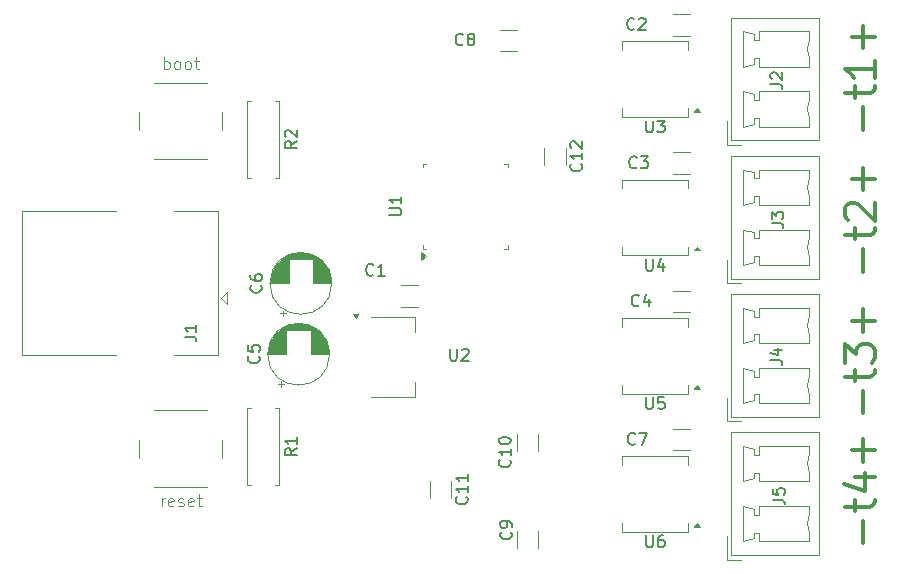
<source format=gbr>
%TF.GenerationSoftware,KiCad,Pcbnew,7.0.11+1*%
%TF.CreationDate,2024-03-31T13:18:05+02:00*%
%TF.ProjectId,ch32v203_thermokoppel,63683332-7632-4303-935f-746865726d6f,rev?*%
%TF.SameCoordinates,Original*%
%TF.FileFunction,Legend,Top*%
%TF.FilePolarity,Positive*%
%FSLAX46Y46*%
G04 Gerber Fmt 4.6, Leading zero omitted, Abs format (unit mm)*
G04 Created by KiCad (PCBNEW 7.0.11+1) date 2024-03-31 13:18:05*
%MOMM*%
%LPD*%
G01*
G04 APERTURE LIST*
%ADD10C,0.100000*%
%ADD11C,0.300000*%
%ADD12C,0.150000*%
%ADD13C,0.120000*%
G04 APERTURE END LIST*
D10*
X101603884Y-51872419D02*
X101603884Y-50872419D01*
X101603884Y-51253371D02*
X101699122Y-51205752D01*
X101699122Y-51205752D02*
X101889598Y-51205752D01*
X101889598Y-51205752D02*
X101984836Y-51253371D01*
X101984836Y-51253371D02*
X102032455Y-51300990D01*
X102032455Y-51300990D02*
X102080074Y-51396228D01*
X102080074Y-51396228D02*
X102080074Y-51681942D01*
X102080074Y-51681942D02*
X102032455Y-51777180D01*
X102032455Y-51777180D02*
X101984836Y-51824800D01*
X101984836Y-51824800D02*
X101889598Y-51872419D01*
X101889598Y-51872419D02*
X101699122Y-51872419D01*
X101699122Y-51872419D02*
X101603884Y-51824800D01*
X102651503Y-51872419D02*
X102556265Y-51824800D01*
X102556265Y-51824800D02*
X102508646Y-51777180D01*
X102508646Y-51777180D02*
X102461027Y-51681942D01*
X102461027Y-51681942D02*
X102461027Y-51396228D01*
X102461027Y-51396228D02*
X102508646Y-51300990D01*
X102508646Y-51300990D02*
X102556265Y-51253371D01*
X102556265Y-51253371D02*
X102651503Y-51205752D01*
X102651503Y-51205752D02*
X102794360Y-51205752D01*
X102794360Y-51205752D02*
X102889598Y-51253371D01*
X102889598Y-51253371D02*
X102937217Y-51300990D01*
X102937217Y-51300990D02*
X102984836Y-51396228D01*
X102984836Y-51396228D02*
X102984836Y-51681942D01*
X102984836Y-51681942D02*
X102937217Y-51777180D01*
X102937217Y-51777180D02*
X102889598Y-51824800D01*
X102889598Y-51824800D02*
X102794360Y-51872419D01*
X102794360Y-51872419D02*
X102651503Y-51872419D01*
X103556265Y-51872419D02*
X103461027Y-51824800D01*
X103461027Y-51824800D02*
X103413408Y-51777180D01*
X103413408Y-51777180D02*
X103365789Y-51681942D01*
X103365789Y-51681942D02*
X103365789Y-51396228D01*
X103365789Y-51396228D02*
X103413408Y-51300990D01*
X103413408Y-51300990D02*
X103461027Y-51253371D01*
X103461027Y-51253371D02*
X103556265Y-51205752D01*
X103556265Y-51205752D02*
X103699122Y-51205752D01*
X103699122Y-51205752D02*
X103794360Y-51253371D01*
X103794360Y-51253371D02*
X103841979Y-51300990D01*
X103841979Y-51300990D02*
X103889598Y-51396228D01*
X103889598Y-51396228D02*
X103889598Y-51681942D01*
X103889598Y-51681942D02*
X103841979Y-51777180D01*
X103841979Y-51777180D02*
X103794360Y-51824800D01*
X103794360Y-51824800D02*
X103699122Y-51872419D01*
X103699122Y-51872419D02*
X103556265Y-51872419D01*
X104175313Y-51205752D02*
X104556265Y-51205752D01*
X104318170Y-50872419D02*
X104318170Y-51729561D01*
X104318170Y-51729561D02*
X104365789Y-51824800D01*
X104365789Y-51824800D02*
X104461027Y-51872419D01*
X104461027Y-51872419D02*
X104556265Y-51872419D01*
X101403884Y-88872419D02*
X101403884Y-88205752D01*
X101403884Y-88396228D02*
X101451503Y-88300990D01*
X101451503Y-88300990D02*
X101499122Y-88253371D01*
X101499122Y-88253371D02*
X101594360Y-88205752D01*
X101594360Y-88205752D02*
X101689598Y-88205752D01*
X102403884Y-88824800D02*
X102308646Y-88872419D01*
X102308646Y-88872419D02*
X102118170Y-88872419D01*
X102118170Y-88872419D02*
X102022932Y-88824800D01*
X102022932Y-88824800D02*
X101975313Y-88729561D01*
X101975313Y-88729561D02*
X101975313Y-88348609D01*
X101975313Y-88348609D02*
X102022932Y-88253371D01*
X102022932Y-88253371D02*
X102118170Y-88205752D01*
X102118170Y-88205752D02*
X102308646Y-88205752D01*
X102308646Y-88205752D02*
X102403884Y-88253371D01*
X102403884Y-88253371D02*
X102451503Y-88348609D01*
X102451503Y-88348609D02*
X102451503Y-88443847D01*
X102451503Y-88443847D02*
X101975313Y-88539085D01*
X102832456Y-88824800D02*
X102927694Y-88872419D01*
X102927694Y-88872419D02*
X103118170Y-88872419D01*
X103118170Y-88872419D02*
X103213408Y-88824800D01*
X103213408Y-88824800D02*
X103261027Y-88729561D01*
X103261027Y-88729561D02*
X103261027Y-88681942D01*
X103261027Y-88681942D02*
X103213408Y-88586704D01*
X103213408Y-88586704D02*
X103118170Y-88539085D01*
X103118170Y-88539085D02*
X102975313Y-88539085D01*
X102975313Y-88539085D02*
X102880075Y-88491466D01*
X102880075Y-88491466D02*
X102832456Y-88396228D01*
X102832456Y-88396228D02*
X102832456Y-88348609D01*
X102832456Y-88348609D02*
X102880075Y-88253371D01*
X102880075Y-88253371D02*
X102975313Y-88205752D01*
X102975313Y-88205752D02*
X103118170Y-88205752D01*
X103118170Y-88205752D02*
X103213408Y-88253371D01*
X104070551Y-88824800D02*
X103975313Y-88872419D01*
X103975313Y-88872419D02*
X103784837Y-88872419D01*
X103784837Y-88872419D02*
X103689599Y-88824800D01*
X103689599Y-88824800D02*
X103641980Y-88729561D01*
X103641980Y-88729561D02*
X103641980Y-88348609D01*
X103641980Y-88348609D02*
X103689599Y-88253371D01*
X103689599Y-88253371D02*
X103784837Y-88205752D01*
X103784837Y-88205752D02*
X103975313Y-88205752D01*
X103975313Y-88205752D02*
X104070551Y-88253371D01*
X104070551Y-88253371D02*
X104118170Y-88348609D01*
X104118170Y-88348609D02*
X104118170Y-88443847D01*
X104118170Y-88443847D02*
X103641980Y-88539085D01*
X104403885Y-88205752D02*
X104784837Y-88205752D01*
X104546742Y-87872419D02*
X104546742Y-88729561D01*
X104546742Y-88729561D02*
X104594361Y-88824800D01*
X104594361Y-88824800D02*
X104689599Y-88872419D01*
X104689599Y-88872419D02*
X104784837Y-88872419D01*
D11*
X160816066Y-92007393D02*
X160816066Y-90102632D01*
X160101780Y-89269298D02*
X160101780Y-88316917D01*
X159268447Y-88912155D02*
X161411304Y-88912155D01*
X161411304Y-88912155D02*
X161649400Y-88793108D01*
X161649400Y-88793108D02*
X161768447Y-88555013D01*
X161768447Y-88555013D02*
X161768447Y-88316917D01*
X160101780Y-86412156D02*
X161768447Y-86412156D01*
X159149400Y-87007394D02*
X160935114Y-87602632D01*
X160935114Y-87602632D02*
X160935114Y-86055013D01*
X160816066Y-85102632D02*
X160816066Y-83197871D01*
X161768447Y-84150251D02*
X159863685Y-84150251D01*
X160816066Y-81007393D02*
X160816066Y-79102632D01*
X160101780Y-78269298D02*
X160101780Y-77316917D01*
X159268447Y-77912155D02*
X161411304Y-77912155D01*
X161411304Y-77912155D02*
X161649400Y-77793108D01*
X161649400Y-77793108D02*
X161768447Y-77555013D01*
X161768447Y-77555013D02*
X161768447Y-77316917D01*
X159268447Y-76721680D02*
X159268447Y-75174061D01*
X159268447Y-75174061D02*
X160220828Y-76007394D01*
X160220828Y-76007394D02*
X160220828Y-75650251D01*
X160220828Y-75650251D02*
X160339876Y-75412156D01*
X160339876Y-75412156D02*
X160458923Y-75293108D01*
X160458923Y-75293108D02*
X160697019Y-75174061D01*
X160697019Y-75174061D02*
X161292257Y-75174061D01*
X161292257Y-75174061D02*
X161530352Y-75293108D01*
X161530352Y-75293108D02*
X161649400Y-75412156D01*
X161649400Y-75412156D02*
X161768447Y-75650251D01*
X161768447Y-75650251D02*
X161768447Y-76364537D01*
X161768447Y-76364537D02*
X161649400Y-76602632D01*
X161649400Y-76602632D02*
X161530352Y-76721680D01*
X160816066Y-74102632D02*
X160816066Y-72197871D01*
X161768447Y-73150251D02*
X159863685Y-73150251D01*
X160816066Y-69007393D02*
X160816066Y-67102632D01*
X160101780Y-66269298D02*
X160101780Y-65316917D01*
X159268447Y-65912155D02*
X161411304Y-65912155D01*
X161411304Y-65912155D02*
X161649400Y-65793108D01*
X161649400Y-65793108D02*
X161768447Y-65555013D01*
X161768447Y-65555013D02*
X161768447Y-65316917D01*
X159506542Y-64602632D02*
X159387495Y-64483584D01*
X159387495Y-64483584D02*
X159268447Y-64245489D01*
X159268447Y-64245489D02*
X159268447Y-63650251D01*
X159268447Y-63650251D02*
X159387495Y-63412156D01*
X159387495Y-63412156D02*
X159506542Y-63293108D01*
X159506542Y-63293108D02*
X159744638Y-63174061D01*
X159744638Y-63174061D02*
X159982733Y-63174061D01*
X159982733Y-63174061D02*
X160339876Y-63293108D01*
X160339876Y-63293108D02*
X161768447Y-64721680D01*
X161768447Y-64721680D02*
X161768447Y-63174061D01*
X160816066Y-62102632D02*
X160816066Y-60197871D01*
X161768447Y-61150251D02*
X159863685Y-61150251D01*
X160816066Y-57007393D02*
X160816066Y-55102632D01*
X160101780Y-54269298D02*
X160101780Y-53316917D01*
X159268447Y-53912155D02*
X161411304Y-53912155D01*
X161411304Y-53912155D02*
X161649400Y-53793108D01*
X161649400Y-53793108D02*
X161768447Y-53555013D01*
X161768447Y-53555013D02*
X161768447Y-53316917D01*
X161768447Y-51174061D02*
X161768447Y-52602632D01*
X161768447Y-51888346D02*
X159268447Y-51888346D01*
X159268447Y-51888346D02*
X159625590Y-52126442D01*
X159625590Y-52126442D02*
X159863685Y-52364537D01*
X159863685Y-52364537D02*
X159982733Y-52602632D01*
X160816066Y-50102632D02*
X160816066Y-48197871D01*
X161768447Y-49150251D02*
X159863685Y-49150251D01*
D12*
X136909580Y-59880357D02*
X136957200Y-59927976D01*
X136957200Y-59927976D02*
X137004819Y-60070833D01*
X137004819Y-60070833D02*
X137004819Y-60166071D01*
X137004819Y-60166071D02*
X136957200Y-60308928D01*
X136957200Y-60308928D02*
X136861961Y-60404166D01*
X136861961Y-60404166D02*
X136766723Y-60451785D01*
X136766723Y-60451785D02*
X136576247Y-60499404D01*
X136576247Y-60499404D02*
X136433390Y-60499404D01*
X136433390Y-60499404D02*
X136242914Y-60451785D01*
X136242914Y-60451785D02*
X136147676Y-60404166D01*
X136147676Y-60404166D02*
X136052438Y-60308928D01*
X136052438Y-60308928D02*
X136004819Y-60166071D01*
X136004819Y-60166071D02*
X136004819Y-60070833D01*
X136004819Y-60070833D02*
X136052438Y-59927976D01*
X136052438Y-59927976D02*
X136100057Y-59880357D01*
X137004819Y-58927976D02*
X137004819Y-59499404D01*
X137004819Y-59213690D02*
X136004819Y-59213690D01*
X136004819Y-59213690D02*
X136147676Y-59308928D01*
X136147676Y-59308928D02*
X136242914Y-59404166D01*
X136242914Y-59404166D02*
X136290533Y-59499404D01*
X136100057Y-58547023D02*
X136052438Y-58499404D01*
X136052438Y-58499404D02*
X136004819Y-58404166D01*
X136004819Y-58404166D02*
X136004819Y-58166071D01*
X136004819Y-58166071D02*
X136052438Y-58070833D01*
X136052438Y-58070833D02*
X136100057Y-58023214D01*
X136100057Y-58023214D02*
X136195295Y-57975595D01*
X136195295Y-57975595D02*
X136290533Y-57975595D01*
X136290533Y-57975595D02*
X136433390Y-58023214D01*
X136433390Y-58023214D02*
X137004819Y-58594642D01*
X137004819Y-58594642D02*
X137004819Y-57975595D01*
X127209580Y-88080357D02*
X127257200Y-88127976D01*
X127257200Y-88127976D02*
X127304819Y-88270833D01*
X127304819Y-88270833D02*
X127304819Y-88366071D01*
X127304819Y-88366071D02*
X127257200Y-88508928D01*
X127257200Y-88508928D02*
X127161961Y-88604166D01*
X127161961Y-88604166D02*
X127066723Y-88651785D01*
X127066723Y-88651785D02*
X126876247Y-88699404D01*
X126876247Y-88699404D02*
X126733390Y-88699404D01*
X126733390Y-88699404D02*
X126542914Y-88651785D01*
X126542914Y-88651785D02*
X126447676Y-88604166D01*
X126447676Y-88604166D02*
X126352438Y-88508928D01*
X126352438Y-88508928D02*
X126304819Y-88366071D01*
X126304819Y-88366071D02*
X126304819Y-88270833D01*
X126304819Y-88270833D02*
X126352438Y-88127976D01*
X126352438Y-88127976D02*
X126400057Y-88080357D01*
X127304819Y-87127976D02*
X127304819Y-87699404D01*
X127304819Y-87413690D02*
X126304819Y-87413690D01*
X126304819Y-87413690D02*
X126447676Y-87508928D01*
X126447676Y-87508928D02*
X126542914Y-87604166D01*
X126542914Y-87604166D02*
X126590533Y-87699404D01*
X127304819Y-86175595D02*
X127304819Y-86747023D01*
X127304819Y-86461309D02*
X126304819Y-86461309D01*
X126304819Y-86461309D02*
X126447676Y-86556547D01*
X126447676Y-86556547D02*
X126542914Y-86651785D01*
X126542914Y-86651785D02*
X126590533Y-86747023D01*
X130859580Y-84942857D02*
X130907200Y-84990476D01*
X130907200Y-84990476D02*
X130954819Y-85133333D01*
X130954819Y-85133333D02*
X130954819Y-85228571D01*
X130954819Y-85228571D02*
X130907200Y-85371428D01*
X130907200Y-85371428D02*
X130811961Y-85466666D01*
X130811961Y-85466666D02*
X130716723Y-85514285D01*
X130716723Y-85514285D02*
X130526247Y-85561904D01*
X130526247Y-85561904D02*
X130383390Y-85561904D01*
X130383390Y-85561904D02*
X130192914Y-85514285D01*
X130192914Y-85514285D02*
X130097676Y-85466666D01*
X130097676Y-85466666D02*
X130002438Y-85371428D01*
X130002438Y-85371428D02*
X129954819Y-85228571D01*
X129954819Y-85228571D02*
X129954819Y-85133333D01*
X129954819Y-85133333D02*
X130002438Y-84990476D01*
X130002438Y-84990476D02*
X130050057Y-84942857D01*
X130954819Y-83990476D02*
X130954819Y-84561904D01*
X130954819Y-84276190D02*
X129954819Y-84276190D01*
X129954819Y-84276190D02*
X130097676Y-84371428D01*
X130097676Y-84371428D02*
X130192914Y-84466666D01*
X130192914Y-84466666D02*
X130240533Y-84561904D01*
X129954819Y-83371428D02*
X129954819Y-83276190D01*
X129954819Y-83276190D02*
X130002438Y-83180952D01*
X130002438Y-83180952D02*
X130050057Y-83133333D01*
X130050057Y-83133333D02*
X130145295Y-83085714D01*
X130145295Y-83085714D02*
X130335771Y-83038095D01*
X130335771Y-83038095D02*
X130573866Y-83038095D01*
X130573866Y-83038095D02*
X130764342Y-83085714D01*
X130764342Y-83085714D02*
X130859580Y-83133333D01*
X130859580Y-83133333D02*
X130907200Y-83180952D01*
X130907200Y-83180952D02*
X130954819Y-83276190D01*
X130954819Y-83276190D02*
X130954819Y-83371428D01*
X130954819Y-83371428D02*
X130907200Y-83466666D01*
X130907200Y-83466666D02*
X130859580Y-83514285D01*
X130859580Y-83514285D02*
X130764342Y-83561904D01*
X130764342Y-83561904D02*
X130573866Y-83609523D01*
X130573866Y-83609523D02*
X130335771Y-83609523D01*
X130335771Y-83609523D02*
X130145295Y-83561904D01*
X130145295Y-83561904D02*
X130050057Y-83514285D01*
X130050057Y-83514285D02*
X130002438Y-83466666D01*
X130002438Y-83466666D02*
X129954819Y-83371428D01*
X130959580Y-91066666D02*
X131007200Y-91114285D01*
X131007200Y-91114285D02*
X131054819Y-91257142D01*
X131054819Y-91257142D02*
X131054819Y-91352380D01*
X131054819Y-91352380D02*
X131007200Y-91495237D01*
X131007200Y-91495237D02*
X130911961Y-91590475D01*
X130911961Y-91590475D02*
X130816723Y-91638094D01*
X130816723Y-91638094D02*
X130626247Y-91685713D01*
X130626247Y-91685713D02*
X130483390Y-91685713D01*
X130483390Y-91685713D02*
X130292914Y-91638094D01*
X130292914Y-91638094D02*
X130197676Y-91590475D01*
X130197676Y-91590475D02*
X130102438Y-91495237D01*
X130102438Y-91495237D02*
X130054819Y-91352380D01*
X130054819Y-91352380D02*
X130054819Y-91257142D01*
X130054819Y-91257142D02*
X130102438Y-91114285D01*
X130102438Y-91114285D02*
X130150057Y-91066666D01*
X131054819Y-90590475D02*
X131054819Y-90399999D01*
X131054819Y-90399999D02*
X131007200Y-90304761D01*
X131007200Y-90304761D02*
X130959580Y-90257142D01*
X130959580Y-90257142D02*
X130816723Y-90161904D01*
X130816723Y-90161904D02*
X130626247Y-90114285D01*
X130626247Y-90114285D02*
X130245295Y-90114285D01*
X130245295Y-90114285D02*
X130150057Y-90161904D01*
X130150057Y-90161904D02*
X130102438Y-90209523D01*
X130102438Y-90209523D02*
X130054819Y-90304761D01*
X130054819Y-90304761D02*
X130054819Y-90495237D01*
X130054819Y-90495237D02*
X130102438Y-90590475D01*
X130102438Y-90590475D02*
X130150057Y-90638094D01*
X130150057Y-90638094D02*
X130245295Y-90685713D01*
X130245295Y-90685713D02*
X130483390Y-90685713D01*
X130483390Y-90685713D02*
X130578628Y-90638094D01*
X130578628Y-90638094D02*
X130626247Y-90590475D01*
X130626247Y-90590475D02*
X130673866Y-90495237D01*
X130673866Y-90495237D02*
X130673866Y-90304761D01*
X130673866Y-90304761D02*
X130626247Y-90209523D01*
X130626247Y-90209523D02*
X130578628Y-90161904D01*
X130578628Y-90161904D02*
X130483390Y-90114285D01*
X142418095Y-91334819D02*
X142418095Y-92144342D01*
X142418095Y-92144342D02*
X142465714Y-92239580D01*
X142465714Y-92239580D02*
X142513333Y-92287200D01*
X142513333Y-92287200D02*
X142608571Y-92334819D01*
X142608571Y-92334819D02*
X142799047Y-92334819D01*
X142799047Y-92334819D02*
X142894285Y-92287200D01*
X142894285Y-92287200D02*
X142941904Y-92239580D01*
X142941904Y-92239580D02*
X142989523Y-92144342D01*
X142989523Y-92144342D02*
X142989523Y-91334819D01*
X143894285Y-91334819D02*
X143703809Y-91334819D01*
X143703809Y-91334819D02*
X143608571Y-91382438D01*
X143608571Y-91382438D02*
X143560952Y-91430057D01*
X143560952Y-91430057D02*
X143465714Y-91572914D01*
X143465714Y-91572914D02*
X143418095Y-91763390D01*
X143418095Y-91763390D02*
X143418095Y-92144342D01*
X143418095Y-92144342D02*
X143465714Y-92239580D01*
X143465714Y-92239580D02*
X143513333Y-92287200D01*
X143513333Y-92287200D02*
X143608571Y-92334819D01*
X143608571Y-92334819D02*
X143799047Y-92334819D01*
X143799047Y-92334819D02*
X143894285Y-92287200D01*
X143894285Y-92287200D02*
X143941904Y-92239580D01*
X143941904Y-92239580D02*
X143989523Y-92144342D01*
X143989523Y-92144342D02*
X143989523Y-91906247D01*
X143989523Y-91906247D02*
X143941904Y-91811009D01*
X143941904Y-91811009D02*
X143894285Y-91763390D01*
X143894285Y-91763390D02*
X143799047Y-91715771D01*
X143799047Y-91715771D02*
X143608571Y-91715771D01*
X143608571Y-91715771D02*
X143513333Y-91763390D01*
X143513333Y-91763390D02*
X143465714Y-91811009D01*
X143465714Y-91811009D02*
X143418095Y-91906247D01*
X142418095Y-79631485D02*
X142418095Y-80441008D01*
X142418095Y-80441008D02*
X142465714Y-80536246D01*
X142465714Y-80536246D02*
X142513333Y-80583866D01*
X142513333Y-80583866D02*
X142608571Y-80631485D01*
X142608571Y-80631485D02*
X142799047Y-80631485D01*
X142799047Y-80631485D02*
X142894285Y-80583866D01*
X142894285Y-80583866D02*
X142941904Y-80536246D01*
X142941904Y-80536246D02*
X142989523Y-80441008D01*
X142989523Y-80441008D02*
X142989523Y-79631485D01*
X143941904Y-79631485D02*
X143465714Y-79631485D01*
X143465714Y-79631485D02*
X143418095Y-80107675D01*
X143418095Y-80107675D02*
X143465714Y-80060056D01*
X143465714Y-80060056D02*
X143560952Y-80012437D01*
X143560952Y-80012437D02*
X143799047Y-80012437D01*
X143799047Y-80012437D02*
X143894285Y-80060056D01*
X143894285Y-80060056D02*
X143941904Y-80107675D01*
X143941904Y-80107675D02*
X143989523Y-80202913D01*
X143989523Y-80202913D02*
X143989523Y-80441008D01*
X143989523Y-80441008D02*
X143941904Y-80536246D01*
X143941904Y-80536246D02*
X143894285Y-80583866D01*
X143894285Y-80583866D02*
X143799047Y-80631485D01*
X143799047Y-80631485D02*
X143560952Y-80631485D01*
X143560952Y-80631485D02*
X143465714Y-80583866D01*
X143465714Y-80583866D02*
X143418095Y-80536246D01*
X142418095Y-67928152D02*
X142418095Y-68737675D01*
X142418095Y-68737675D02*
X142465714Y-68832913D01*
X142465714Y-68832913D02*
X142513333Y-68880533D01*
X142513333Y-68880533D02*
X142608571Y-68928152D01*
X142608571Y-68928152D02*
X142799047Y-68928152D01*
X142799047Y-68928152D02*
X142894285Y-68880533D01*
X142894285Y-68880533D02*
X142941904Y-68832913D01*
X142941904Y-68832913D02*
X142989523Y-68737675D01*
X142989523Y-68737675D02*
X142989523Y-67928152D01*
X143894285Y-68261485D02*
X143894285Y-68928152D01*
X143656190Y-67880533D02*
X143418095Y-68594818D01*
X143418095Y-68594818D02*
X144037142Y-68594818D01*
X142418095Y-56224819D02*
X142418095Y-57034342D01*
X142418095Y-57034342D02*
X142465714Y-57129580D01*
X142465714Y-57129580D02*
X142513333Y-57177200D01*
X142513333Y-57177200D02*
X142608571Y-57224819D01*
X142608571Y-57224819D02*
X142799047Y-57224819D01*
X142799047Y-57224819D02*
X142894285Y-57177200D01*
X142894285Y-57177200D02*
X142941904Y-57129580D01*
X142941904Y-57129580D02*
X142989523Y-57034342D01*
X142989523Y-57034342D02*
X142989523Y-56224819D01*
X143370476Y-56224819D02*
X143989523Y-56224819D01*
X143989523Y-56224819D02*
X143656190Y-56605771D01*
X143656190Y-56605771D02*
X143799047Y-56605771D01*
X143799047Y-56605771D02*
X143894285Y-56653390D01*
X143894285Y-56653390D02*
X143941904Y-56701009D01*
X143941904Y-56701009D02*
X143989523Y-56796247D01*
X143989523Y-56796247D02*
X143989523Y-57034342D01*
X143989523Y-57034342D02*
X143941904Y-57129580D01*
X143941904Y-57129580D02*
X143894285Y-57177200D01*
X143894285Y-57177200D02*
X143799047Y-57224819D01*
X143799047Y-57224819D02*
X143513333Y-57224819D01*
X143513333Y-57224819D02*
X143418095Y-57177200D01*
X143418095Y-57177200D02*
X143370476Y-57129580D01*
X125838095Y-75554819D02*
X125838095Y-76364342D01*
X125838095Y-76364342D02*
X125885714Y-76459580D01*
X125885714Y-76459580D02*
X125933333Y-76507200D01*
X125933333Y-76507200D02*
X126028571Y-76554819D01*
X126028571Y-76554819D02*
X126219047Y-76554819D01*
X126219047Y-76554819D02*
X126314285Y-76507200D01*
X126314285Y-76507200D02*
X126361904Y-76459580D01*
X126361904Y-76459580D02*
X126409523Y-76364342D01*
X126409523Y-76364342D02*
X126409523Y-75554819D01*
X126838095Y-75650057D02*
X126885714Y-75602438D01*
X126885714Y-75602438D02*
X126980952Y-75554819D01*
X126980952Y-75554819D02*
X127219047Y-75554819D01*
X127219047Y-75554819D02*
X127314285Y-75602438D01*
X127314285Y-75602438D02*
X127361904Y-75650057D01*
X127361904Y-75650057D02*
X127409523Y-75745295D01*
X127409523Y-75745295D02*
X127409523Y-75840533D01*
X127409523Y-75840533D02*
X127361904Y-75983390D01*
X127361904Y-75983390D02*
X126790476Y-76554819D01*
X126790476Y-76554819D02*
X127409523Y-76554819D01*
X120694819Y-64226904D02*
X121504342Y-64226904D01*
X121504342Y-64226904D02*
X121599580Y-64179285D01*
X121599580Y-64179285D02*
X121647200Y-64131666D01*
X121647200Y-64131666D02*
X121694819Y-64036428D01*
X121694819Y-64036428D02*
X121694819Y-63845952D01*
X121694819Y-63845952D02*
X121647200Y-63750714D01*
X121647200Y-63750714D02*
X121599580Y-63703095D01*
X121599580Y-63703095D02*
X121504342Y-63655476D01*
X121504342Y-63655476D02*
X120694819Y-63655476D01*
X121694819Y-62655476D02*
X121694819Y-63226904D01*
X121694819Y-62941190D02*
X120694819Y-62941190D01*
X120694819Y-62941190D02*
X120837676Y-63036428D01*
X120837676Y-63036428D02*
X120932914Y-63131666D01*
X120932914Y-63131666D02*
X120980533Y-63226904D01*
X112824819Y-57966666D02*
X112348628Y-58299999D01*
X112824819Y-58538094D02*
X111824819Y-58538094D01*
X111824819Y-58538094D02*
X111824819Y-58157142D01*
X111824819Y-58157142D02*
X111872438Y-58061904D01*
X111872438Y-58061904D02*
X111920057Y-58014285D01*
X111920057Y-58014285D02*
X112015295Y-57966666D01*
X112015295Y-57966666D02*
X112158152Y-57966666D01*
X112158152Y-57966666D02*
X112253390Y-58014285D01*
X112253390Y-58014285D02*
X112301009Y-58061904D01*
X112301009Y-58061904D02*
X112348628Y-58157142D01*
X112348628Y-58157142D02*
X112348628Y-58538094D01*
X111920057Y-57585713D02*
X111872438Y-57538094D01*
X111872438Y-57538094D02*
X111824819Y-57442856D01*
X111824819Y-57442856D02*
X111824819Y-57204761D01*
X111824819Y-57204761D02*
X111872438Y-57109523D01*
X111872438Y-57109523D02*
X111920057Y-57061904D01*
X111920057Y-57061904D02*
X112015295Y-57014285D01*
X112015295Y-57014285D02*
X112110533Y-57014285D01*
X112110533Y-57014285D02*
X112253390Y-57061904D01*
X112253390Y-57061904D02*
X112824819Y-57633332D01*
X112824819Y-57633332D02*
X112824819Y-57014285D01*
X112824819Y-83976666D02*
X112348628Y-84309999D01*
X112824819Y-84548094D02*
X111824819Y-84548094D01*
X111824819Y-84548094D02*
X111824819Y-84167142D01*
X111824819Y-84167142D02*
X111872438Y-84071904D01*
X111872438Y-84071904D02*
X111920057Y-84024285D01*
X111920057Y-84024285D02*
X112015295Y-83976666D01*
X112015295Y-83976666D02*
X112158152Y-83976666D01*
X112158152Y-83976666D02*
X112253390Y-84024285D01*
X112253390Y-84024285D02*
X112301009Y-84071904D01*
X112301009Y-84071904D02*
X112348628Y-84167142D01*
X112348628Y-84167142D02*
X112348628Y-84548094D01*
X112824819Y-83024285D02*
X112824819Y-83595713D01*
X112824819Y-83309999D02*
X111824819Y-83309999D01*
X111824819Y-83309999D02*
X111967676Y-83405237D01*
X111967676Y-83405237D02*
X112062914Y-83500475D01*
X112062914Y-83500475D02*
X112110533Y-83595713D01*
X153154819Y-88333333D02*
X153869104Y-88333333D01*
X153869104Y-88333333D02*
X154011961Y-88380952D01*
X154011961Y-88380952D02*
X154107200Y-88476190D01*
X154107200Y-88476190D02*
X154154819Y-88619047D01*
X154154819Y-88619047D02*
X154154819Y-88714285D01*
X153154819Y-87380952D02*
X153154819Y-87857142D01*
X153154819Y-87857142D02*
X153631009Y-87904761D01*
X153631009Y-87904761D02*
X153583390Y-87857142D01*
X153583390Y-87857142D02*
X153535771Y-87761904D01*
X153535771Y-87761904D02*
X153535771Y-87523809D01*
X153535771Y-87523809D02*
X153583390Y-87428571D01*
X153583390Y-87428571D02*
X153631009Y-87380952D01*
X153631009Y-87380952D02*
X153726247Y-87333333D01*
X153726247Y-87333333D02*
X153964342Y-87333333D01*
X153964342Y-87333333D02*
X154059580Y-87380952D01*
X154059580Y-87380952D02*
X154107200Y-87428571D01*
X154107200Y-87428571D02*
X154154819Y-87523809D01*
X154154819Y-87523809D02*
X154154819Y-87761904D01*
X154154819Y-87761904D02*
X154107200Y-87857142D01*
X154107200Y-87857142D02*
X154059580Y-87904761D01*
X152954819Y-76533333D02*
X153669104Y-76533333D01*
X153669104Y-76533333D02*
X153811961Y-76580952D01*
X153811961Y-76580952D02*
X153907200Y-76676190D01*
X153907200Y-76676190D02*
X153954819Y-76819047D01*
X153954819Y-76819047D02*
X153954819Y-76914285D01*
X153288152Y-75628571D02*
X153954819Y-75628571D01*
X152907200Y-75866666D02*
X153621485Y-76104761D01*
X153621485Y-76104761D02*
X153621485Y-75485714D01*
X153054819Y-64933333D02*
X153769104Y-64933333D01*
X153769104Y-64933333D02*
X153911961Y-64980952D01*
X153911961Y-64980952D02*
X154007200Y-65076190D01*
X154007200Y-65076190D02*
X154054819Y-65219047D01*
X154054819Y-65219047D02*
X154054819Y-65314285D01*
X153054819Y-64552380D02*
X153054819Y-63933333D01*
X153054819Y-63933333D02*
X153435771Y-64266666D01*
X153435771Y-64266666D02*
X153435771Y-64123809D01*
X153435771Y-64123809D02*
X153483390Y-64028571D01*
X153483390Y-64028571D02*
X153531009Y-63980952D01*
X153531009Y-63980952D02*
X153626247Y-63933333D01*
X153626247Y-63933333D02*
X153864342Y-63933333D01*
X153864342Y-63933333D02*
X153959580Y-63980952D01*
X153959580Y-63980952D02*
X154007200Y-64028571D01*
X154007200Y-64028571D02*
X154054819Y-64123809D01*
X154054819Y-64123809D02*
X154054819Y-64409523D01*
X154054819Y-64409523D02*
X154007200Y-64504761D01*
X154007200Y-64504761D02*
X153959580Y-64552380D01*
X152954819Y-53133333D02*
X153669104Y-53133333D01*
X153669104Y-53133333D02*
X153811961Y-53180952D01*
X153811961Y-53180952D02*
X153907200Y-53276190D01*
X153907200Y-53276190D02*
X153954819Y-53419047D01*
X153954819Y-53419047D02*
X153954819Y-53514285D01*
X153050057Y-52704761D02*
X153002438Y-52657142D01*
X153002438Y-52657142D02*
X152954819Y-52561904D01*
X152954819Y-52561904D02*
X152954819Y-52323809D01*
X152954819Y-52323809D02*
X153002438Y-52228571D01*
X153002438Y-52228571D02*
X153050057Y-52180952D01*
X153050057Y-52180952D02*
X153145295Y-52133333D01*
X153145295Y-52133333D02*
X153240533Y-52133333D01*
X153240533Y-52133333D02*
X153383390Y-52180952D01*
X153383390Y-52180952D02*
X153954819Y-52752380D01*
X153954819Y-52752380D02*
X153954819Y-52133333D01*
X103354819Y-74533333D02*
X104069104Y-74533333D01*
X104069104Y-74533333D02*
X104211961Y-74580952D01*
X104211961Y-74580952D02*
X104307200Y-74676190D01*
X104307200Y-74676190D02*
X104354819Y-74819047D01*
X104354819Y-74819047D02*
X104354819Y-74914285D01*
X104354819Y-73533333D02*
X104354819Y-74104761D01*
X104354819Y-73819047D02*
X103354819Y-73819047D01*
X103354819Y-73819047D02*
X103497676Y-73914285D01*
X103497676Y-73914285D02*
X103592914Y-74009523D01*
X103592914Y-74009523D02*
X103640533Y-74104761D01*
X126923333Y-49759580D02*
X126875714Y-49807200D01*
X126875714Y-49807200D02*
X126732857Y-49854819D01*
X126732857Y-49854819D02*
X126637619Y-49854819D01*
X126637619Y-49854819D02*
X126494762Y-49807200D01*
X126494762Y-49807200D02*
X126399524Y-49711961D01*
X126399524Y-49711961D02*
X126351905Y-49616723D01*
X126351905Y-49616723D02*
X126304286Y-49426247D01*
X126304286Y-49426247D02*
X126304286Y-49283390D01*
X126304286Y-49283390D02*
X126351905Y-49092914D01*
X126351905Y-49092914D02*
X126399524Y-48997676D01*
X126399524Y-48997676D02*
X126494762Y-48902438D01*
X126494762Y-48902438D02*
X126637619Y-48854819D01*
X126637619Y-48854819D02*
X126732857Y-48854819D01*
X126732857Y-48854819D02*
X126875714Y-48902438D01*
X126875714Y-48902438D02*
X126923333Y-48950057D01*
X127494762Y-49283390D02*
X127399524Y-49235771D01*
X127399524Y-49235771D02*
X127351905Y-49188152D01*
X127351905Y-49188152D02*
X127304286Y-49092914D01*
X127304286Y-49092914D02*
X127304286Y-49045295D01*
X127304286Y-49045295D02*
X127351905Y-48950057D01*
X127351905Y-48950057D02*
X127399524Y-48902438D01*
X127399524Y-48902438D02*
X127494762Y-48854819D01*
X127494762Y-48854819D02*
X127685238Y-48854819D01*
X127685238Y-48854819D02*
X127780476Y-48902438D01*
X127780476Y-48902438D02*
X127828095Y-48950057D01*
X127828095Y-48950057D02*
X127875714Y-49045295D01*
X127875714Y-49045295D02*
X127875714Y-49092914D01*
X127875714Y-49092914D02*
X127828095Y-49188152D01*
X127828095Y-49188152D02*
X127780476Y-49235771D01*
X127780476Y-49235771D02*
X127685238Y-49283390D01*
X127685238Y-49283390D02*
X127494762Y-49283390D01*
X127494762Y-49283390D02*
X127399524Y-49331009D01*
X127399524Y-49331009D02*
X127351905Y-49378628D01*
X127351905Y-49378628D02*
X127304286Y-49473866D01*
X127304286Y-49473866D02*
X127304286Y-49664342D01*
X127304286Y-49664342D02*
X127351905Y-49759580D01*
X127351905Y-49759580D02*
X127399524Y-49807200D01*
X127399524Y-49807200D02*
X127494762Y-49854819D01*
X127494762Y-49854819D02*
X127685238Y-49854819D01*
X127685238Y-49854819D02*
X127780476Y-49807200D01*
X127780476Y-49807200D02*
X127828095Y-49759580D01*
X127828095Y-49759580D02*
X127875714Y-49664342D01*
X127875714Y-49664342D02*
X127875714Y-49473866D01*
X127875714Y-49473866D02*
X127828095Y-49378628D01*
X127828095Y-49378628D02*
X127780476Y-49331009D01*
X127780476Y-49331009D02*
X127685238Y-49283390D01*
X141493333Y-83569580D02*
X141445714Y-83617200D01*
X141445714Y-83617200D02*
X141302857Y-83664819D01*
X141302857Y-83664819D02*
X141207619Y-83664819D01*
X141207619Y-83664819D02*
X141064762Y-83617200D01*
X141064762Y-83617200D02*
X140969524Y-83521961D01*
X140969524Y-83521961D02*
X140921905Y-83426723D01*
X140921905Y-83426723D02*
X140874286Y-83236247D01*
X140874286Y-83236247D02*
X140874286Y-83093390D01*
X140874286Y-83093390D02*
X140921905Y-82902914D01*
X140921905Y-82902914D02*
X140969524Y-82807676D01*
X140969524Y-82807676D02*
X141064762Y-82712438D01*
X141064762Y-82712438D02*
X141207619Y-82664819D01*
X141207619Y-82664819D02*
X141302857Y-82664819D01*
X141302857Y-82664819D02*
X141445714Y-82712438D01*
X141445714Y-82712438D02*
X141493333Y-82760057D01*
X141826667Y-82664819D02*
X142493333Y-82664819D01*
X142493333Y-82664819D02*
X142064762Y-83664819D01*
X109799580Y-70166666D02*
X109847200Y-70214285D01*
X109847200Y-70214285D02*
X109894819Y-70357142D01*
X109894819Y-70357142D02*
X109894819Y-70452380D01*
X109894819Y-70452380D02*
X109847200Y-70595237D01*
X109847200Y-70595237D02*
X109751961Y-70690475D01*
X109751961Y-70690475D02*
X109656723Y-70738094D01*
X109656723Y-70738094D02*
X109466247Y-70785713D01*
X109466247Y-70785713D02*
X109323390Y-70785713D01*
X109323390Y-70785713D02*
X109132914Y-70738094D01*
X109132914Y-70738094D02*
X109037676Y-70690475D01*
X109037676Y-70690475D02*
X108942438Y-70595237D01*
X108942438Y-70595237D02*
X108894819Y-70452380D01*
X108894819Y-70452380D02*
X108894819Y-70357142D01*
X108894819Y-70357142D02*
X108942438Y-70214285D01*
X108942438Y-70214285D02*
X108990057Y-70166666D01*
X108894819Y-69309523D02*
X108894819Y-69499999D01*
X108894819Y-69499999D02*
X108942438Y-69595237D01*
X108942438Y-69595237D02*
X108990057Y-69642856D01*
X108990057Y-69642856D02*
X109132914Y-69738094D01*
X109132914Y-69738094D02*
X109323390Y-69785713D01*
X109323390Y-69785713D02*
X109704342Y-69785713D01*
X109704342Y-69785713D02*
X109799580Y-69738094D01*
X109799580Y-69738094D02*
X109847200Y-69690475D01*
X109847200Y-69690475D02*
X109894819Y-69595237D01*
X109894819Y-69595237D02*
X109894819Y-69404761D01*
X109894819Y-69404761D02*
X109847200Y-69309523D01*
X109847200Y-69309523D02*
X109799580Y-69261904D01*
X109799580Y-69261904D02*
X109704342Y-69214285D01*
X109704342Y-69214285D02*
X109466247Y-69214285D01*
X109466247Y-69214285D02*
X109371009Y-69261904D01*
X109371009Y-69261904D02*
X109323390Y-69309523D01*
X109323390Y-69309523D02*
X109275771Y-69404761D01*
X109275771Y-69404761D02*
X109275771Y-69595237D01*
X109275771Y-69595237D02*
X109323390Y-69690475D01*
X109323390Y-69690475D02*
X109371009Y-69738094D01*
X109371009Y-69738094D02*
X109466247Y-69785713D01*
X109609580Y-76166666D02*
X109657200Y-76214285D01*
X109657200Y-76214285D02*
X109704819Y-76357142D01*
X109704819Y-76357142D02*
X109704819Y-76452380D01*
X109704819Y-76452380D02*
X109657200Y-76595237D01*
X109657200Y-76595237D02*
X109561961Y-76690475D01*
X109561961Y-76690475D02*
X109466723Y-76738094D01*
X109466723Y-76738094D02*
X109276247Y-76785713D01*
X109276247Y-76785713D02*
X109133390Y-76785713D01*
X109133390Y-76785713D02*
X108942914Y-76738094D01*
X108942914Y-76738094D02*
X108847676Y-76690475D01*
X108847676Y-76690475D02*
X108752438Y-76595237D01*
X108752438Y-76595237D02*
X108704819Y-76452380D01*
X108704819Y-76452380D02*
X108704819Y-76357142D01*
X108704819Y-76357142D02*
X108752438Y-76214285D01*
X108752438Y-76214285D02*
X108800057Y-76166666D01*
X108704819Y-75261904D02*
X108704819Y-75738094D01*
X108704819Y-75738094D02*
X109181009Y-75785713D01*
X109181009Y-75785713D02*
X109133390Y-75738094D01*
X109133390Y-75738094D02*
X109085771Y-75642856D01*
X109085771Y-75642856D02*
X109085771Y-75404761D01*
X109085771Y-75404761D02*
X109133390Y-75309523D01*
X109133390Y-75309523D02*
X109181009Y-75261904D01*
X109181009Y-75261904D02*
X109276247Y-75214285D01*
X109276247Y-75214285D02*
X109514342Y-75214285D01*
X109514342Y-75214285D02*
X109609580Y-75261904D01*
X109609580Y-75261904D02*
X109657200Y-75309523D01*
X109657200Y-75309523D02*
X109704819Y-75404761D01*
X109704819Y-75404761D02*
X109704819Y-75642856D01*
X109704819Y-75642856D02*
X109657200Y-75738094D01*
X109657200Y-75738094D02*
X109609580Y-75785713D01*
X141823333Y-71859580D02*
X141775714Y-71907200D01*
X141775714Y-71907200D02*
X141632857Y-71954819D01*
X141632857Y-71954819D02*
X141537619Y-71954819D01*
X141537619Y-71954819D02*
X141394762Y-71907200D01*
X141394762Y-71907200D02*
X141299524Y-71811961D01*
X141299524Y-71811961D02*
X141251905Y-71716723D01*
X141251905Y-71716723D02*
X141204286Y-71526247D01*
X141204286Y-71526247D02*
X141204286Y-71383390D01*
X141204286Y-71383390D02*
X141251905Y-71192914D01*
X141251905Y-71192914D02*
X141299524Y-71097676D01*
X141299524Y-71097676D02*
X141394762Y-71002438D01*
X141394762Y-71002438D02*
X141537619Y-70954819D01*
X141537619Y-70954819D02*
X141632857Y-70954819D01*
X141632857Y-70954819D02*
X141775714Y-71002438D01*
X141775714Y-71002438D02*
X141823333Y-71050057D01*
X142680476Y-71288152D02*
X142680476Y-71954819D01*
X142442381Y-70907200D02*
X142204286Y-71621485D01*
X142204286Y-71621485D02*
X142823333Y-71621485D01*
X141623333Y-60159580D02*
X141575714Y-60207200D01*
X141575714Y-60207200D02*
X141432857Y-60254819D01*
X141432857Y-60254819D02*
X141337619Y-60254819D01*
X141337619Y-60254819D02*
X141194762Y-60207200D01*
X141194762Y-60207200D02*
X141099524Y-60111961D01*
X141099524Y-60111961D02*
X141051905Y-60016723D01*
X141051905Y-60016723D02*
X141004286Y-59826247D01*
X141004286Y-59826247D02*
X141004286Y-59683390D01*
X141004286Y-59683390D02*
X141051905Y-59492914D01*
X141051905Y-59492914D02*
X141099524Y-59397676D01*
X141099524Y-59397676D02*
X141194762Y-59302438D01*
X141194762Y-59302438D02*
X141337619Y-59254819D01*
X141337619Y-59254819D02*
X141432857Y-59254819D01*
X141432857Y-59254819D02*
X141575714Y-59302438D01*
X141575714Y-59302438D02*
X141623333Y-59350057D01*
X141956667Y-59254819D02*
X142575714Y-59254819D01*
X142575714Y-59254819D02*
X142242381Y-59635771D01*
X142242381Y-59635771D02*
X142385238Y-59635771D01*
X142385238Y-59635771D02*
X142480476Y-59683390D01*
X142480476Y-59683390D02*
X142528095Y-59731009D01*
X142528095Y-59731009D02*
X142575714Y-59826247D01*
X142575714Y-59826247D02*
X142575714Y-60064342D01*
X142575714Y-60064342D02*
X142528095Y-60159580D01*
X142528095Y-60159580D02*
X142480476Y-60207200D01*
X142480476Y-60207200D02*
X142385238Y-60254819D01*
X142385238Y-60254819D02*
X142099524Y-60254819D01*
X142099524Y-60254819D02*
X142004286Y-60207200D01*
X142004286Y-60207200D02*
X141956667Y-60159580D01*
X141423333Y-48459580D02*
X141375714Y-48507200D01*
X141375714Y-48507200D02*
X141232857Y-48554819D01*
X141232857Y-48554819D02*
X141137619Y-48554819D01*
X141137619Y-48554819D02*
X140994762Y-48507200D01*
X140994762Y-48507200D02*
X140899524Y-48411961D01*
X140899524Y-48411961D02*
X140851905Y-48316723D01*
X140851905Y-48316723D02*
X140804286Y-48126247D01*
X140804286Y-48126247D02*
X140804286Y-47983390D01*
X140804286Y-47983390D02*
X140851905Y-47792914D01*
X140851905Y-47792914D02*
X140899524Y-47697676D01*
X140899524Y-47697676D02*
X140994762Y-47602438D01*
X140994762Y-47602438D02*
X141137619Y-47554819D01*
X141137619Y-47554819D02*
X141232857Y-47554819D01*
X141232857Y-47554819D02*
X141375714Y-47602438D01*
X141375714Y-47602438D02*
X141423333Y-47650057D01*
X141804286Y-47650057D02*
X141851905Y-47602438D01*
X141851905Y-47602438D02*
X141947143Y-47554819D01*
X141947143Y-47554819D02*
X142185238Y-47554819D01*
X142185238Y-47554819D02*
X142280476Y-47602438D01*
X142280476Y-47602438D02*
X142328095Y-47650057D01*
X142328095Y-47650057D02*
X142375714Y-47745295D01*
X142375714Y-47745295D02*
X142375714Y-47840533D01*
X142375714Y-47840533D02*
X142328095Y-47983390D01*
X142328095Y-47983390D02*
X141756667Y-48554819D01*
X141756667Y-48554819D02*
X142375714Y-48554819D01*
X119333333Y-69259580D02*
X119285714Y-69307200D01*
X119285714Y-69307200D02*
X119142857Y-69354819D01*
X119142857Y-69354819D02*
X119047619Y-69354819D01*
X119047619Y-69354819D02*
X118904762Y-69307200D01*
X118904762Y-69307200D02*
X118809524Y-69211961D01*
X118809524Y-69211961D02*
X118761905Y-69116723D01*
X118761905Y-69116723D02*
X118714286Y-68926247D01*
X118714286Y-68926247D02*
X118714286Y-68783390D01*
X118714286Y-68783390D02*
X118761905Y-68592914D01*
X118761905Y-68592914D02*
X118809524Y-68497676D01*
X118809524Y-68497676D02*
X118904762Y-68402438D01*
X118904762Y-68402438D02*
X119047619Y-68354819D01*
X119047619Y-68354819D02*
X119142857Y-68354819D01*
X119142857Y-68354819D02*
X119285714Y-68402438D01*
X119285714Y-68402438D02*
X119333333Y-68450057D01*
X120285714Y-69354819D02*
X119714286Y-69354819D01*
X120000000Y-69354819D02*
X120000000Y-68354819D01*
X120000000Y-68354819D02*
X119904762Y-68497676D01*
X119904762Y-68497676D02*
X119809524Y-68592914D01*
X119809524Y-68592914D02*
X119714286Y-68640533D01*
D13*
%TO.C,C12*%
X133790000Y-58526248D02*
X133790000Y-59948752D01*
X135610000Y-58526248D02*
X135610000Y-59948752D01*
%TO.C,C11*%
X124090000Y-86726248D02*
X124090000Y-88148752D01*
X125910000Y-86726248D02*
X125910000Y-88148752D01*
%TO.C,C10*%
X133300000Y-84211252D02*
X133300000Y-82788748D01*
X131480000Y-84211252D02*
X131480000Y-82788748D01*
%TO.C,C9*%
X131480000Y-90988748D02*
X131480000Y-92411252D01*
X133300000Y-90988748D02*
X133300000Y-92411252D01*
%TO.C,U6*%
X146970000Y-90625000D02*
X146490000Y-90625000D01*
X146730000Y-90295000D01*
X146970000Y-90625000D01*
G36*
X146970000Y-90625000D02*
G01*
X146490000Y-90625000D01*
X146730000Y-90295000D01*
X146970000Y-90625000D01*
G37*
X145940000Y-91040000D02*
X145940000Y-90295000D01*
X143180000Y-91040000D02*
X145940000Y-91040000D01*
X140420000Y-91040000D02*
X140420000Y-90295000D01*
X143180000Y-91040000D02*
X140420000Y-91040000D01*
X145940000Y-84620000D02*
X145940000Y-85365000D01*
X143180000Y-84620000D02*
X145940000Y-84620000D01*
X140420000Y-84620000D02*
X140420000Y-85365000D01*
X143180000Y-84620000D02*
X140420000Y-84620000D01*
%TO.C,U5*%
X143180000Y-72916666D02*
X140420000Y-72916666D01*
X140420000Y-72916666D02*
X140420000Y-73661666D01*
X143180000Y-72916666D02*
X145940000Y-72916666D01*
X145940000Y-72916666D02*
X145940000Y-73661666D01*
X143180000Y-79336666D02*
X140420000Y-79336666D01*
X140420000Y-79336666D02*
X140420000Y-78591666D01*
X143180000Y-79336666D02*
X145940000Y-79336666D01*
X145940000Y-79336666D02*
X145940000Y-78591666D01*
X146970000Y-78921666D02*
X146490000Y-78921666D01*
X146730000Y-78591666D01*
X146970000Y-78921666D01*
G36*
X146970000Y-78921666D02*
G01*
X146490000Y-78921666D01*
X146730000Y-78591666D01*
X146970000Y-78921666D01*
G37*
%TO.C,U4*%
X146970000Y-67218333D02*
X146490000Y-67218333D01*
X146730000Y-66888333D01*
X146970000Y-67218333D01*
G36*
X146970000Y-67218333D02*
G01*
X146490000Y-67218333D01*
X146730000Y-66888333D01*
X146970000Y-67218333D01*
G37*
X145940000Y-67633333D02*
X145940000Y-66888333D01*
X143180000Y-67633333D02*
X145940000Y-67633333D01*
X140420000Y-67633333D02*
X140420000Y-66888333D01*
X143180000Y-67633333D02*
X140420000Y-67633333D01*
X145940000Y-61213333D02*
X145940000Y-61958333D01*
X143180000Y-61213333D02*
X145940000Y-61213333D01*
X140420000Y-61213333D02*
X140420000Y-61958333D01*
X143180000Y-61213333D02*
X140420000Y-61213333D01*
%TO.C,U3*%
X143180000Y-49510000D02*
X140420000Y-49510000D01*
X140420000Y-49510000D02*
X140420000Y-50255000D01*
X143180000Y-49510000D02*
X145940000Y-49510000D01*
X145940000Y-49510000D02*
X145940000Y-50255000D01*
X143180000Y-55930000D02*
X140420000Y-55930000D01*
X140420000Y-55930000D02*
X140420000Y-55185000D01*
X143180000Y-55930000D02*
X145940000Y-55930000D01*
X145940000Y-55930000D02*
X145940000Y-55185000D01*
X146970000Y-55515000D02*
X146490000Y-55515000D01*
X146730000Y-55185000D01*
X146970000Y-55515000D01*
G36*
X146970000Y-55515000D02*
G01*
X146490000Y-55515000D01*
X146730000Y-55185000D01*
X146970000Y-55515000D01*
G37*
%TO.C,U2*%
X119100000Y-72830000D02*
X122860000Y-72830000D01*
X119100000Y-79650000D02*
X122860000Y-79650000D01*
X122860000Y-72830000D02*
X122860000Y-74090000D01*
X122860000Y-79650000D02*
X122860000Y-78390000D01*
X117820000Y-72930000D02*
X117580000Y-72600000D01*
X118060000Y-72600000D01*
X117820000Y-72930000D01*
G36*
X117820000Y-72930000D02*
G01*
X117580000Y-72600000D01*
X118060000Y-72600000D01*
X117820000Y-72930000D01*
G37*
%TO.C,U1*%
X130730000Y-60155000D02*
X130730000Y-59855000D01*
X130730000Y-59855000D02*
X130430000Y-59855000D01*
X130730000Y-66775000D02*
X130730000Y-67075000D01*
X130730000Y-67075000D02*
X130430000Y-67075000D01*
X123510000Y-60155000D02*
X123510000Y-59855000D01*
X123510000Y-59855000D02*
X123810000Y-59855000D01*
X123510000Y-66775000D02*
X123510000Y-67075000D01*
X123510000Y-67075000D02*
X123810000Y-67075000D01*
X123810000Y-67677500D02*
X123340000Y-68017500D01*
X123340000Y-67337500D01*
X123810000Y-67677500D01*
G36*
X123810000Y-67677500D02*
G01*
X123340000Y-68017500D01*
X123340000Y-67337500D01*
X123810000Y-67677500D01*
G37*
%TO.C,SW2*%
X106500000Y-57000000D02*
X106500000Y-55500000D01*
X105250000Y-53000000D02*
X100750000Y-53000000D01*
X99500000Y-55500000D02*
X99500000Y-57000000D01*
X100750000Y-59500000D02*
X105250000Y-59500000D01*
%TO.C,SW1*%
X106500000Y-84750000D02*
X106500000Y-83250000D01*
X105250000Y-80750000D02*
X100750000Y-80750000D01*
X99500000Y-83250000D02*
X99500000Y-84750000D01*
X100750000Y-87250000D02*
X105250000Y-87250000D01*
%TO.C,R2*%
X108630000Y-61070000D02*
X108960000Y-61070000D01*
X111370000Y-54530000D02*
X111370000Y-61070000D01*
X108630000Y-54530000D02*
X108630000Y-61070000D01*
X108960000Y-54530000D02*
X108630000Y-54530000D01*
X111040000Y-54530000D02*
X111370000Y-54530000D01*
X111370000Y-61070000D02*
X111040000Y-61070000D01*
%TO.C,R1*%
X111370000Y-87080000D02*
X111040000Y-87080000D01*
X111040000Y-80540000D02*
X111370000Y-80540000D01*
X108960000Y-80540000D02*
X108630000Y-80540000D01*
X108630000Y-80540000D02*
X108630000Y-87080000D01*
X111370000Y-80540000D02*
X111370000Y-87080000D01*
X108630000Y-87080000D02*
X108960000Y-87080000D01*
%TO.C,J5*%
X156239845Y-89602853D02*
G75*
G03*
X156240000Y-91102500I1700155J-749647D01*
G01*
X156239845Y-84522853D02*
G75*
G03*
X156240000Y-86022500I1700155J-749647D01*
G01*
X156240000Y-83772500D02*
X156240000Y-84522500D01*
X151590000Y-86522500D02*
X150590000Y-86772500D01*
X156240000Y-91102500D02*
X156240000Y-91852500D01*
X157100000Y-82622500D02*
X149630000Y-82622500D01*
X151590000Y-84522500D02*
X151940000Y-84522500D01*
X151590000Y-89602500D02*
X151940000Y-89602500D01*
X151940000Y-89602500D02*
X151940000Y-88852500D01*
X151590000Y-91602500D02*
X150590000Y-91852500D01*
X151940000Y-88852500D02*
X156240000Y-88852500D01*
X150590000Y-86772500D02*
X150590000Y-83772500D01*
X151590000Y-91102500D02*
X151590000Y-91602500D01*
X150490000Y-93392500D02*
X149240000Y-93392500D01*
X157100000Y-93002500D02*
X157100000Y-82622500D01*
X150590000Y-83772500D02*
X151590000Y-84022500D01*
X151590000Y-84022500D02*
X151590000Y-84522500D01*
X149630000Y-82622500D02*
X149630000Y-93002500D01*
X151940000Y-91852500D02*
X151940000Y-91102500D01*
X151940000Y-86772500D02*
X151940000Y-86022500D01*
X151590000Y-86022500D02*
X151590000Y-86522500D01*
X151940000Y-86022500D02*
X151590000Y-86022500D01*
X149240000Y-93392500D02*
X149240000Y-91392500D01*
X151940000Y-91102500D02*
X151590000Y-91102500D01*
X149630000Y-93002500D02*
X157100000Y-93002500D01*
X151940000Y-84522500D02*
X151940000Y-83772500D01*
X156240000Y-88852500D02*
X156240000Y-89602500D01*
X156240000Y-86022500D02*
X156240000Y-86772500D01*
X150590000Y-91852500D02*
X150590000Y-88852500D01*
X151590000Y-89102500D02*
X151590000Y-89602500D01*
X156240000Y-86772500D02*
X151940000Y-86772500D01*
X151940000Y-83772500D02*
X156240000Y-83772500D01*
X150590000Y-88852500D02*
X151590000Y-89102500D01*
X156240000Y-91852500D02*
X151940000Y-91852500D01*
%TO.C,J4*%
X156240000Y-80149166D02*
X151940000Y-80149166D01*
X150590000Y-77149166D02*
X151590000Y-77399166D01*
X151940000Y-72069166D02*
X156240000Y-72069166D01*
X156240000Y-75069166D02*
X151940000Y-75069166D01*
X151590000Y-77399166D02*
X151590000Y-77899166D01*
X150590000Y-80149166D02*
X150590000Y-77149166D01*
X156240000Y-74319166D02*
X156240000Y-75069166D01*
X156240000Y-77149166D02*
X156240000Y-77899166D01*
X151940000Y-72819166D02*
X151940000Y-72069166D01*
X149630000Y-81299166D02*
X157100000Y-81299166D01*
X151940000Y-79399166D02*
X151590000Y-79399166D01*
X149240000Y-81689166D02*
X149240000Y-79689166D01*
X151940000Y-74319166D02*
X151590000Y-74319166D01*
X151590000Y-74319166D02*
X151590000Y-74819166D01*
X151940000Y-75069166D02*
X151940000Y-74319166D01*
X151940000Y-80149166D02*
X151940000Y-79399166D01*
X149630000Y-70919166D02*
X149630000Y-81299166D01*
X151590000Y-72319166D02*
X151590000Y-72819166D01*
X150590000Y-72069166D02*
X151590000Y-72319166D01*
X157100000Y-81299166D02*
X157100000Y-70919166D01*
X150490000Y-81689166D02*
X149240000Y-81689166D01*
X151590000Y-79399166D02*
X151590000Y-79899166D01*
X150590000Y-75069166D02*
X150590000Y-72069166D01*
X151940000Y-77149166D02*
X156240000Y-77149166D01*
X151590000Y-79899166D02*
X150590000Y-80149166D01*
X151940000Y-77899166D02*
X151940000Y-77149166D01*
X151590000Y-77899166D02*
X151940000Y-77899166D01*
X151590000Y-72819166D02*
X151940000Y-72819166D01*
X157100000Y-70919166D02*
X149630000Y-70919166D01*
X156240000Y-79399166D02*
X156240000Y-80149166D01*
X151590000Y-74819166D02*
X150590000Y-75069166D01*
X156240000Y-72069166D02*
X156240000Y-72819166D01*
X156239845Y-72819519D02*
G75*
G03*
X156240000Y-74319166I1700155J-749647D01*
G01*
X156239845Y-77899519D02*
G75*
G03*
X156240000Y-79399166I1700155J-749647D01*
G01*
%TO.C,J3*%
X156240000Y-68445833D02*
X151940000Y-68445833D01*
X150590000Y-65445833D02*
X151590000Y-65695833D01*
X151940000Y-60365833D02*
X156240000Y-60365833D01*
X156240000Y-63365833D02*
X151940000Y-63365833D01*
X151590000Y-65695833D02*
X151590000Y-66195833D01*
X150590000Y-68445833D02*
X150590000Y-65445833D01*
X156240000Y-62615833D02*
X156240000Y-63365833D01*
X156240000Y-65445833D02*
X156240000Y-66195833D01*
X151940000Y-61115833D02*
X151940000Y-60365833D01*
X149630000Y-69595833D02*
X157100000Y-69595833D01*
X151940000Y-67695833D02*
X151590000Y-67695833D01*
X149240000Y-69985833D02*
X149240000Y-67985833D01*
X151940000Y-62615833D02*
X151590000Y-62615833D01*
X151590000Y-62615833D02*
X151590000Y-63115833D01*
X151940000Y-63365833D02*
X151940000Y-62615833D01*
X151940000Y-68445833D02*
X151940000Y-67695833D01*
X149630000Y-59215833D02*
X149630000Y-69595833D01*
X151590000Y-60615833D02*
X151590000Y-61115833D01*
X150590000Y-60365833D02*
X151590000Y-60615833D01*
X157100000Y-69595833D02*
X157100000Y-59215833D01*
X150490000Y-69985833D02*
X149240000Y-69985833D01*
X151590000Y-67695833D02*
X151590000Y-68195833D01*
X150590000Y-63365833D02*
X150590000Y-60365833D01*
X151940000Y-65445833D02*
X156240000Y-65445833D01*
X151590000Y-68195833D02*
X150590000Y-68445833D01*
X151940000Y-66195833D02*
X151940000Y-65445833D01*
X151590000Y-66195833D02*
X151940000Y-66195833D01*
X151590000Y-61115833D02*
X151940000Y-61115833D01*
X157100000Y-59215833D02*
X149630000Y-59215833D01*
X156240000Y-67695833D02*
X156240000Y-68445833D01*
X151590000Y-63115833D02*
X150590000Y-63365833D01*
X156240000Y-60365833D02*
X156240000Y-61115833D01*
X156239845Y-61116186D02*
G75*
G03*
X156240000Y-62615833I1700155J-749647D01*
G01*
X156239845Y-66196186D02*
G75*
G03*
X156240000Y-67695833I1700155J-749647D01*
G01*
%TO.C,J2*%
X156240000Y-56742500D02*
X151940000Y-56742500D01*
X150590000Y-53742500D02*
X151590000Y-53992500D01*
X151940000Y-48662500D02*
X156240000Y-48662500D01*
X156240000Y-51662500D02*
X151940000Y-51662500D01*
X151590000Y-53992500D02*
X151590000Y-54492500D01*
X150590000Y-56742500D02*
X150590000Y-53742500D01*
X156240000Y-50912500D02*
X156240000Y-51662500D01*
X156240000Y-53742500D02*
X156240000Y-54492500D01*
X151940000Y-49412500D02*
X151940000Y-48662500D01*
X149630000Y-57892500D02*
X157100000Y-57892500D01*
X151940000Y-55992500D02*
X151590000Y-55992500D01*
X149240000Y-58282500D02*
X149240000Y-56282500D01*
X151940000Y-50912500D02*
X151590000Y-50912500D01*
X151590000Y-50912500D02*
X151590000Y-51412500D01*
X151940000Y-51662500D02*
X151940000Y-50912500D01*
X151940000Y-56742500D02*
X151940000Y-55992500D01*
X149630000Y-47512500D02*
X149630000Y-57892500D01*
X151590000Y-48912500D02*
X151590000Y-49412500D01*
X150590000Y-48662500D02*
X151590000Y-48912500D01*
X157100000Y-57892500D02*
X157100000Y-47512500D01*
X150490000Y-58282500D02*
X149240000Y-58282500D01*
X151590000Y-55992500D02*
X151590000Y-56492500D01*
X150590000Y-51662500D02*
X150590000Y-48662500D01*
X151940000Y-53742500D02*
X156240000Y-53742500D01*
X151590000Y-56492500D02*
X150590000Y-56742500D01*
X151940000Y-54492500D02*
X151940000Y-53742500D01*
X151590000Y-54492500D02*
X151940000Y-54492500D01*
X151590000Y-49412500D02*
X151940000Y-49412500D01*
X157100000Y-47512500D02*
X149630000Y-47512500D01*
X156240000Y-55992500D02*
X156240000Y-56742500D01*
X151590000Y-51412500D02*
X150590000Y-51662500D01*
X156240000Y-48662500D02*
X156240000Y-49412500D01*
X156239845Y-49412853D02*
G75*
G03*
X156240000Y-50912500I1700155J-749647D01*
G01*
X156239845Y-54492853D02*
G75*
G03*
X156240000Y-55992500I1700155J-749647D01*
G01*
%TO.C,J1*%
X89590000Y-76110000D02*
X97560000Y-76110000D01*
X89590000Y-63890000D02*
X97560000Y-63890000D01*
X106210000Y-76110000D02*
X102460000Y-76110000D01*
X106210000Y-63890000D02*
X106210000Y-76110000D01*
X106910000Y-70750000D02*
X106410000Y-71250000D01*
X89590000Y-63890000D02*
X89590000Y-76110000D01*
X106210000Y-63890000D02*
X102460000Y-63890000D01*
X106410000Y-71250000D02*
X106910000Y-71750000D01*
X106910000Y-71750000D02*
X106910000Y-70750000D01*
%TO.C,C8*%
X130068748Y-50330000D02*
X131491252Y-50330000D01*
X130068748Y-48510000D02*
X131491252Y-48510000D01*
%TO.C,C7*%
X146101252Y-82330000D02*
X144678748Y-82330000D01*
X146101252Y-84150000D02*
X144678748Y-84150000D01*
%TO.C,C6*%
X114230000Y-67999000D02*
X114843000Y-67999000D01*
X114230000Y-68679000D02*
X115414000Y-68679000D01*
X114230000Y-69800000D02*
X115763000Y-69800000D01*
X110922000Y-68759000D02*
X112150000Y-68759000D01*
X110861000Y-68879000D02*
X112150000Y-68879000D01*
X110880000Y-68839000D02*
X112150000Y-68839000D01*
X111219000Y-68319000D02*
X112150000Y-68319000D01*
X114230000Y-68039000D02*
X114889000Y-68039000D01*
X114230000Y-68359000D02*
X115194000Y-68359000D01*
X110614000Y-69840000D02*
X112150000Y-69840000D01*
X111125000Y-68439000D02*
X112150000Y-68439000D01*
X114230000Y-69960000D02*
X115770000Y-69960000D01*
X114230000Y-69279000D02*
X115670000Y-69279000D01*
X110762000Y-69119000D02*
X112150000Y-69119000D01*
X110776000Y-69079000D02*
X112150000Y-69079000D01*
X111289000Y-68239000D02*
X112150000Y-68239000D01*
X110679000Y-69400000D02*
X112150000Y-69400000D01*
X114230000Y-69760000D02*
X115759000Y-69760000D01*
X114230000Y-69159000D02*
X115632000Y-69159000D01*
X114230000Y-69440000D02*
X115710000Y-69440000D01*
X114230000Y-68719000D02*
X115437000Y-68719000D01*
X114230000Y-68599000D02*
X115365000Y-68599000D01*
X114230000Y-69880000D02*
X115768000Y-69880000D01*
X110662000Y-69480000D02*
X112150000Y-69480000D01*
X111041000Y-68559000D02*
X112150000Y-68559000D01*
X111364000Y-68159000D02*
X112150000Y-68159000D01*
X111537000Y-67999000D02*
X112150000Y-67999000D01*
X114230000Y-68959000D02*
X115555000Y-68959000D01*
X110610000Y-70000000D02*
X112150000Y-70000000D01*
X110629000Y-69680000D02*
X112150000Y-69680000D01*
X110825000Y-68959000D02*
X112150000Y-68959000D01*
X110654000Y-69520000D02*
X112150000Y-69520000D01*
X112385000Y-67519000D02*
X113995000Y-67519000D01*
X111939000Y-67719000D02*
X114441000Y-67719000D01*
X111690000Y-67879000D02*
X114690000Y-67879000D01*
X114230000Y-69640000D02*
X115746000Y-69640000D01*
X114230000Y-68919000D02*
X115538000Y-68919000D01*
X112513000Y-67479000D02*
X113867000Y-67479000D01*
X114230000Y-68439000D02*
X115255000Y-68439000D01*
X114230000Y-68479000D02*
X115285000Y-68479000D01*
X110722000Y-69239000D02*
X112150000Y-69239000D01*
X114230000Y-68999000D02*
X115572000Y-68999000D01*
X114230000Y-69119000D02*
X115618000Y-69119000D01*
X110842000Y-68919000D02*
X112150000Y-68919000D01*
X114230000Y-68759000D02*
X115458000Y-68759000D01*
X111405000Y-68119000D02*
X112150000Y-68119000D01*
X111095000Y-68479000D02*
X112150000Y-68479000D01*
X114230000Y-69680000D02*
X115751000Y-69680000D01*
X114230000Y-69079000D02*
X115604000Y-69079000D01*
X114230000Y-69039000D02*
X115588000Y-69039000D01*
X114230000Y-69840000D02*
X115766000Y-69840000D01*
X110808000Y-68999000D02*
X112150000Y-68999000D01*
X110699000Y-69320000D02*
X112150000Y-69320000D01*
X112179000Y-67599000D02*
X114201000Y-67599000D01*
X111636000Y-67919000D02*
X114744000Y-67919000D01*
X112275000Y-67559000D02*
X114105000Y-67559000D01*
X111715000Y-72804775D02*
X111715000Y-72304775D01*
X114230000Y-70000000D02*
X115770000Y-70000000D01*
X110735000Y-69199000D02*
X112150000Y-69199000D01*
X111068000Y-68519000D02*
X112150000Y-68519000D01*
X114230000Y-68799000D02*
X115480000Y-68799000D01*
X110990000Y-68639000D02*
X112150000Y-68639000D01*
X111326000Y-68199000D02*
X112150000Y-68199000D01*
X114230000Y-68079000D02*
X114933000Y-68079000D01*
X112092000Y-67639000D02*
X114288000Y-67639000D01*
X110612000Y-69880000D02*
X112150000Y-69880000D01*
X110625000Y-69720000D02*
X112150000Y-69720000D01*
X110611000Y-69920000D02*
X112150000Y-69920000D01*
X110617000Y-69800000D02*
X112150000Y-69800000D01*
X114230000Y-68199000D02*
X115054000Y-68199000D01*
X114230000Y-68879000D02*
X115519000Y-68879000D01*
X112672000Y-67439000D02*
X113708000Y-67439000D01*
X112906000Y-67399000D02*
X113474000Y-67399000D01*
X114230000Y-69400000D02*
X115701000Y-69400000D01*
X114230000Y-68279000D02*
X115127000Y-68279000D01*
X114230000Y-68839000D02*
X115500000Y-68839000D01*
X114230000Y-69600000D02*
X115740000Y-69600000D01*
X111871000Y-67759000D02*
X114509000Y-67759000D01*
X111807000Y-67799000D02*
X114573000Y-67799000D01*
X110792000Y-69039000D02*
X112150000Y-69039000D01*
X110943000Y-68719000D02*
X112150000Y-68719000D01*
X112012000Y-67679000D02*
X114368000Y-67679000D01*
X114230000Y-68639000D02*
X115390000Y-68639000D01*
X111447000Y-68079000D02*
X112150000Y-68079000D01*
X111155000Y-68399000D02*
X112150000Y-68399000D01*
X111585000Y-67959000D02*
X114795000Y-67959000D01*
X114230000Y-68519000D02*
X115312000Y-68519000D01*
X114230000Y-69239000D02*
X115658000Y-69239000D01*
X114230000Y-69480000D02*
X115718000Y-69480000D01*
X110748000Y-69159000D02*
X112150000Y-69159000D01*
X110634000Y-69640000D02*
X112150000Y-69640000D01*
X114230000Y-69560000D02*
X115733000Y-69560000D01*
X111747000Y-67839000D02*
X114633000Y-67839000D01*
X114230000Y-68159000D02*
X115016000Y-68159000D01*
X114230000Y-69199000D02*
X115645000Y-69199000D01*
X114230000Y-69720000D02*
X115755000Y-69720000D01*
X114230000Y-69920000D02*
X115769000Y-69920000D01*
X114230000Y-69320000D02*
X115681000Y-69320000D01*
X114230000Y-68119000D02*
X114975000Y-68119000D01*
X110710000Y-69279000D02*
X112150000Y-69279000D01*
X111186000Y-68359000D02*
X112150000Y-68359000D01*
X114230000Y-68559000D02*
X115339000Y-68559000D01*
X111015000Y-68599000D02*
X112150000Y-68599000D01*
X110900000Y-68799000D02*
X112150000Y-68799000D01*
X110621000Y-69760000D02*
X112150000Y-69760000D01*
X111253000Y-68279000D02*
X112150000Y-68279000D01*
X110647000Y-69560000D02*
X112150000Y-69560000D01*
X114230000Y-69360000D02*
X115691000Y-69360000D01*
X110966000Y-68679000D02*
X112150000Y-68679000D01*
X111465000Y-72554775D02*
X111965000Y-72554775D01*
X110640000Y-69600000D02*
X112150000Y-69600000D01*
X114230000Y-68319000D02*
X115161000Y-68319000D01*
X114230000Y-69520000D02*
X115726000Y-69520000D01*
X110670000Y-69440000D02*
X112150000Y-69440000D01*
X114230000Y-68399000D02*
X115225000Y-68399000D01*
X114230000Y-68239000D02*
X115091000Y-68239000D01*
X110610000Y-69960000D02*
X112150000Y-69960000D01*
X110689000Y-69360000D02*
X112150000Y-69360000D01*
X111491000Y-68039000D02*
X112150000Y-68039000D01*
X115810000Y-70000000D02*
G75*
G03*
X110570000Y-70000000I-2620000J0D01*
G01*
X110570000Y-70000000D02*
G75*
G03*
X115810000Y-70000000I2620000J0D01*
G01*
%TO.C,C5*%
X114040000Y-73999000D02*
X114653000Y-73999000D01*
X114040000Y-74679000D02*
X115224000Y-74679000D01*
X114040000Y-75800000D02*
X115573000Y-75800000D01*
X110732000Y-74759000D02*
X111960000Y-74759000D01*
X110671000Y-74879000D02*
X111960000Y-74879000D01*
X110690000Y-74839000D02*
X111960000Y-74839000D01*
X111029000Y-74319000D02*
X111960000Y-74319000D01*
X114040000Y-74039000D02*
X114699000Y-74039000D01*
X114040000Y-74359000D02*
X115004000Y-74359000D01*
X110424000Y-75840000D02*
X111960000Y-75840000D01*
X110935000Y-74439000D02*
X111960000Y-74439000D01*
X114040000Y-75960000D02*
X115580000Y-75960000D01*
X114040000Y-75279000D02*
X115480000Y-75279000D01*
X110572000Y-75119000D02*
X111960000Y-75119000D01*
X110586000Y-75079000D02*
X111960000Y-75079000D01*
X111099000Y-74239000D02*
X111960000Y-74239000D01*
X110489000Y-75400000D02*
X111960000Y-75400000D01*
X114040000Y-75760000D02*
X115569000Y-75760000D01*
X114040000Y-75159000D02*
X115442000Y-75159000D01*
X114040000Y-75440000D02*
X115520000Y-75440000D01*
X114040000Y-74719000D02*
X115247000Y-74719000D01*
X114040000Y-74599000D02*
X115175000Y-74599000D01*
X114040000Y-75880000D02*
X115578000Y-75880000D01*
X110472000Y-75480000D02*
X111960000Y-75480000D01*
X110851000Y-74559000D02*
X111960000Y-74559000D01*
X111174000Y-74159000D02*
X111960000Y-74159000D01*
X111347000Y-73999000D02*
X111960000Y-73999000D01*
X114040000Y-74959000D02*
X115365000Y-74959000D01*
X110420000Y-76000000D02*
X111960000Y-76000000D01*
X110439000Y-75680000D02*
X111960000Y-75680000D01*
X110635000Y-74959000D02*
X111960000Y-74959000D01*
X110464000Y-75520000D02*
X111960000Y-75520000D01*
X112195000Y-73519000D02*
X113805000Y-73519000D01*
X111749000Y-73719000D02*
X114251000Y-73719000D01*
X111500000Y-73879000D02*
X114500000Y-73879000D01*
X114040000Y-75640000D02*
X115556000Y-75640000D01*
X114040000Y-74919000D02*
X115348000Y-74919000D01*
X112323000Y-73479000D02*
X113677000Y-73479000D01*
X114040000Y-74439000D02*
X115065000Y-74439000D01*
X114040000Y-74479000D02*
X115095000Y-74479000D01*
X110532000Y-75239000D02*
X111960000Y-75239000D01*
X114040000Y-74999000D02*
X115382000Y-74999000D01*
X114040000Y-75119000D02*
X115428000Y-75119000D01*
X110652000Y-74919000D02*
X111960000Y-74919000D01*
X114040000Y-74759000D02*
X115268000Y-74759000D01*
X111215000Y-74119000D02*
X111960000Y-74119000D01*
X110905000Y-74479000D02*
X111960000Y-74479000D01*
X114040000Y-75680000D02*
X115561000Y-75680000D01*
X114040000Y-75079000D02*
X115414000Y-75079000D01*
X114040000Y-75039000D02*
X115398000Y-75039000D01*
X114040000Y-75840000D02*
X115576000Y-75840000D01*
X110618000Y-74999000D02*
X111960000Y-74999000D01*
X110509000Y-75320000D02*
X111960000Y-75320000D01*
X111989000Y-73599000D02*
X114011000Y-73599000D01*
X111446000Y-73919000D02*
X114554000Y-73919000D01*
X112085000Y-73559000D02*
X113915000Y-73559000D01*
X111525000Y-78804775D02*
X111525000Y-78304775D01*
X114040000Y-76000000D02*
X115580000Y-76000000D01*
X110545000Y-75199000D02*
X111960000Y-75199000D01*
X110878000Y-74519000D02*
X111960000Y-74519000D01*
X114040000Y-74799000D02*
X115290000Y-74799000D01*
X110800000Y-74639000D02*
X111960000Y-74639000D01*
X111136000Y-74199000D02*
X111960000Y-74199000D01*
X114040000Y-74079000D02*
X114743000Y-74079000D01*
X111902000Y-73639000D02*
X114098000Y-73639000D01*
X110422000Y-75880000D02*
X111960000Y-75880000D01*
X110435000Y-75720000D02*
X111960000Y-75720000D01*
X110421000Y-75920000D02*
X111960000Y-75920000D01*
X110427000Y-75800000D02*
X111960000Y-75800000D01*
X114040000Y-74199000D02*
X114864000Y-74199000D01*
X114040000Y-74879000D02*
X115329000Y-74879000D01*
X112482000Y-73439000D02*
X113518000Y-73439000D01*
X112716000Y-73399000D02*
X113284000Y-73399000D01*
X114040000Y-75400000D02*
X115511000Y-75400000D01*
X114040000Y-74279000D02*
X114937000Y-74279000D01*
X114040000Y-74839000D02*
X115310000Y-74839000D01*
X114040000Y-75600000D02*
X115550000Y-75600000D01*
X111681000Y-73759000D02*
X114319000Y-73759000D01*
X111617000Y-73799000D02*
X114383000Y-73799000D01*
X110602000Y-75039000D02*
X111960000Y-75039000D01*
X110753000Y-74719000D02*
X111960000Y-74719000D01*
X111822000Y-73679000D02*
X114178000Y-73679000D01*
X114040000Y-74639000D02*
X115200000Y-74639000D01*
X111257000Y-74079000D02*
X111960000Y-74079000D01*
X110965000Y-74399000D02*
X111960000Y-74399000D01*
X111395000Y-73959000D02*
X114605000Y-73959000D01*
X114040000Y-74519000D02*
X115122000Y-74519000D01*
X114040000Y-75239000D02*
X115468000Y-75239000D01*
X114040000Y-75480000D02*
X115528000Y-75480000D01*
X110558000Y-75159000D02*
X111960000Y-75159000D01*
X110444000Y-75640000D02*
X111960000Y-75640000D01*
X114040000Y-75560000D02*
X115543000Y-75560000D01*
X111557000Y-73839000D02*
X114443000Y-73839000D01*
X114040000Y-74159000D02*
X114826000Y-74159000D01*
X114040000Y-75199000D02*
X115455000Y-75199000D01*
X114040000Y-75720000D02*
X115565000Y-75720000D01*
X114040000Y-75920000D02*
X115579000Y-75920000D01*
X114040000Y-75320000D02*
X115491000Y-75320000D01*
X114040000Y-74119000D02*
X114785000Y-74119000D01*
X110520000Y-75279000D02*
X111960000Y-75279000D01*
X110996000Y-74359000D02*
X111960000Y-74359000D01*
X114040000Y-74559000D02*
X115149000Y-74559000D01*
X110825000Y-74599000D02*
X111960000Y-74599000D01*
X110710000Y-74799000D02*
X111960000Y-74799000D01*
X110431000Y-75760000D02*
X111960000Y-75760000D01*
X111063000Y-74279000D02*
X111960000Y-74279000D01*
X110457000Y-75560000D02*
X111960000Y-75560000D01*
X114040000Y-75360000D02*
X115501000Y-75360000D01*
X110776000Y-74679000D02*
X111960000Y-74679000D01*
X111275000Y-78554775D02*
X111775000Y-78554775D01*
X110450000Y-75600000D02*
X111960000Y-75600000D01*
X114040000Y-74319000D02*
X114971000Y-74319000D01*
X114040000Y-75520000D02*
X115536000Y-75520000D01*
X110480000Y-75440000D02*
X111960000Y-75440000D01*
X114040000Y-74399000D02*
X115035000Y-74399000D01*
X114040000Y-74239000D02*
X114901000Y-74239000D01*
X110420000Y-75960000D02*
X111960000Y-75960000D01*
X110499000Y-75360000D02*
X111960000Y-75360000D01*
X111301000Y-74039000D02*
X111960000Y-74039000D01*
X115620000Y-76000000D02*
G75*
G03*
X110380000Y-76000000I-2620000J0D01*
G01*
X110380000Y-76000000D02*
G75*
G03*
X115620000Y-76000000I2620000J0D01*
G01*
%TO.C,C4*%
X146101252Y-70626666D02*
X144678748Y-70626666D01*
X146101252Y-72446666D02*
X144678748Y-72446666D01*
%TO.C,C3*%
X146101252Y-58923333D02*
X144678748Y-58923333D01*
X146101252Y-60743333D02*
X144678748Y-60743333D01*
%TO.C,C2*%
X146101252Y-47220000D02*
X144678748Y-47220000D01*
X146101252Y-49040000D02*
X144678748Y-49040000D01*
%TO.C,C1*%
X123131252Y-70170000D02*
X121708748Y-70170000D01*
X123131252Y-71990000D02*
X121708748Y-71990000D01*
%TD*%
M02*

</source>
